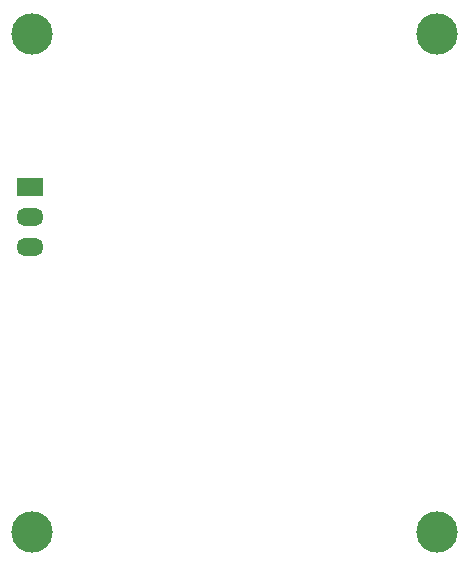
<source format=gbr>
%TF.GenerationSoftware,KiCad,Pcbnew,7.0.1-0*%
%TF.CreationDate,2023-04-18T17:15:32-07:00*%
%TF.ProjectId,rv,72762e6b-6963-4616-945f-706362585858,rev?*%
%TF.SameCoordinates,Original*%
%TF.FileFunction,Soldermask,Bot*%
%TF.FilePolarity,Negative*%
%FSLAX46Y46*%
G04 Gerber Fmt 4.6, Leading zero omitted, Abs format (unit mm)*
G04 Created by KiCad (PCBNEW 7.0.1-0) date 2023-04-18 17:15:32*
%MOMM*%
%LPD*%
G01*
G04 APERTURE LIST*
%ADD10C,3.500000*%
%ADD11R,2.300000X1.500000*%
%ADD12O,2.300000X1.500000*%
G04 APERTURE END LIST*
D10*
%TO.C,H3*%
X183007000Y-78740000D03*
%TD*%
%TO.C,H1*%
X183007000Y-36576000D03*
%TD*%
%TO.C,H2*%
X217297000Y-36576000D03*
%TD*%
D11*
%TO.C,U5*%
X182880000Y-49530000D03*
D12*
X182880000Y-52070000D03*
X182880000Y-54610000D03*
%TD*%
D10*
%TO.C,H4*%
X217297000Y-78740000D03*
%TD*%
M02*

</source>
